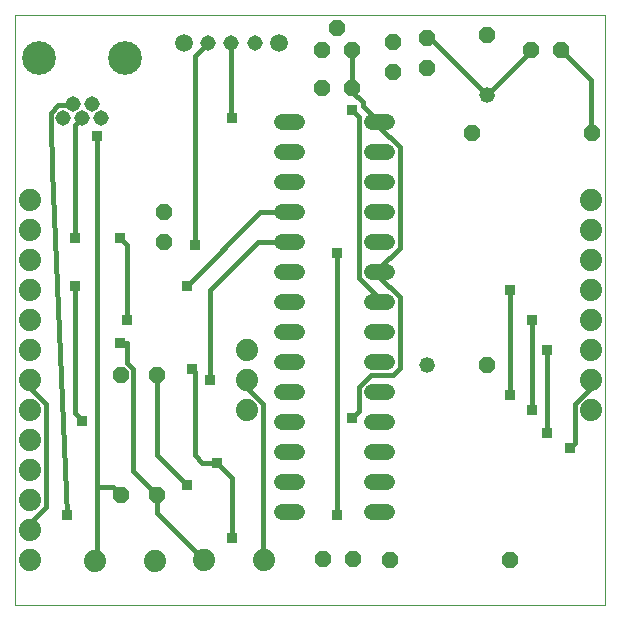
<source format=gtl>
G75*
%MOIN*%
%OFA0B0*%
%FSLAX25Y25*%
%IPPOS*%
%LPD*%
%AMOC8*
5,1,8,0,0,1.08239X$1,22.5*
%
%ADD10C,0.00000*%
%ADD11OC8,0.05200*%
%ADD12C,0.05200*%
%ADD13C,0.05150*%
%ADD14C,0.11220*%
%ADD15C,0.05200*%
%ADD16C,0.05937*%
%ADD17C,0.07400*%
%ADD18C,0.01600*%
%ADD19R,0.03562X0.03562*%
D10*
X0005060Y0001800D02*
X0005060Y0198650D01*
X0201910Y0198650D01*
X0201910Y0001800D01*
X0005060Y0001800D01*
D11*
X0040375Y0038670D03*
X0052560Y0038670D03*
X0052560Y0078670D03*
X0040375Y0078670D03*
X0054745Y0122725D03*
X0054745Y0132725D03*
X0107560Y0174300D03*
X0117560Y0174300D03*
X0117560Y0186800D03*
X0112560Y0194300D03*
X0107560Y0186800D03*
X0131005Y0189576D03*
X0131005Y0179576D03*
X0142540Y0180855D03*
X0142540Y0190855D03*
X0162560Y0191800D03*
X0177245Y0186800D03*
X0187245Y0186800D03*
X0197560Y0159300D03*
X0157560Y0159300D03*
X0162560Y0081800D03*
X0170060Y0016800D03*
X0130060Y0016800D03*
X0117875Y0017135D03*
X0107875Y0017135D03*
D12*
X0142560Y0081800D03*
X0162560Y0171800D03*
D13*
X0085119Y0189300D03*
X0077245Y0189300D03*
X0069371Y0189300D03*
X0033859Y0164221D03*
X0030710Y0168946D03*
X0027560Y0164221D03*
X0024410Y0168946D03*
X0021261Y0164221D03*
D14*
X0013190Y0184300D03*
X0041930Y0184300D03*
D15*
X0094035Y0162745D02*
X0099235Y0162745D01*
X0099235Y0152745D02*
X0094035Y0152745D01*
X0094035Y0142745D02*
X0099235Y0142745D01*
X0099235Y0132745D02*
X0094035Y0132745D01*
X0094035Y0122745D02*
X0099235Y0122745D01*
X0099235Y0112745D02*
X0094035Y0112745D01*
X0094035Y0102745D02*
X0099235Y0102745D01*
X0099235Y0092745D02*
X0094035Y0092745D01*
X0094035Y0082745D02*
X0099235Y0082745D01*
X0099235Y0072745D02*
X0094035Y0072745D01*
X0094035Y0062745D02*
X0099235Y0062745D01*
X0099235Y0052745D02*
X0094035Y0052745D01*
X0094035Y0042745D02*
X0099235Y0042745D01*
X0099235Y0032745D02*
X0094035Y0032745D01*
X0124035Y0032745D02*
X0129235Y0032745D01*
X0129235Y0042745D02*
X0124035Y0042745D01*
X0124035Y0052745D02*
X0129235Y0052745D01*
X0129235Y0062745D02*
X0124035Y0062745D01*
X0124035Y0072745D02*
X0129235Y0072745D01*
X0129235Y0082745D02*
X0124035Y0082745D01*
X0124035Y0092745D02*
X0129235Y0092745D01*
X0129235Y0102745D02*
X0124035Y0102745D01*
X0124035Y0112745D02*
X0129235Y0112745D01*
X0129235Y0122745D02*
X0124035Y0122745D01*
X0124035Y0132745D02*
X0129235Y0132745D01*
X0129235Y0142745D02*
X0124035Y0142745D01*
X0124035Y0152745D02*
X0129235Y0152745D01*
X0129235Y0162745D02*
X0124035Y0162745D01*
D16*
X0092993Y0189300D03*
X0061497Y0189300D03*
D17*
X0010060Y0136800D03*
X0010060Y0126800D03*
X0010060Y0116800D03*
X0010060Y0106800D03*
X0010060Y0096800D03*
X0010060Y0086800D03*
X0010060Y0076800D03*
X0010060Y0066800D03*
X0010060Y0056800D03*
X0010060Y0046800D03*
X0010060Y0036800D03*
X0010060Y0026800D03*
X0010060Y0016800D03*
X0031950Y0016485D03*
X0051950Y0016485D03*
X0068190Y0016800D03*
X0088190Y0016800D03*
X0082560Y0066800D03*
X0082560Y0076800D03*
X0082560Y0086800D03*
X0197060Y0086800D03*
X0197060Y0076800D03*
X0197060Y0066800D03*
X0197060Y0096800D03*
X0197060Y0106800D03*
X0197060Y0116800D03*
X0197060Y0126800D03*
X0197060Y0136800D03*
D18*
X0197110Y0159300D02*
X0197110Y0176935D01*
X0187245Y0186800D01*
X0177245Y0186800D02*
X0177245Y0186485D01*
X0162560Y0171800D01*
X0143505Y0190855D01*
X0142540Y0190855D01*
X0121141Y0169444D02*
X0121141Y0168239D01*
X0126635Y0162745D01*
X0126635Y0161285D01*
X0133435Y0154485D01*
X0133435Y0121005D01*
X0126635Y0114205D01*
X0126635Y0112745D01*
X0126635Y0111285D01*
X0133435Y0104485D01*
X0133435Y0081005D01*
X0130975Y0078545D01*
X0123895Y0078545D01*
X0119835Y0074485D01*
X0119835Y0066575D01*
X0117560Y0064300D01*
X0087860Y0068995D02*
X0087860Y0017130D01*
X0088190Y0016800D01*
X0077560Y0024300D02*
X0077560Y0044300D01*
X0072560Y0049300D01*
X0067560Y0049300D01*
X0065060Y0051800D01*
X0065060Y0079595D01*
X0064115Y0080540D01*
X0070060Y0076800D02*
X0070060Y0106800D01*
X0086005Y0122745D01*
X0096635Y0122745D01*
X0096635Y0132745D02*
X0086962Y0132745D01*
X0062560Y0108343D01*
X0065060Y0121800D02*
X0065060Y0184989D01*
X0069371Y0189300D01*
X0077245Y0189300D02*
X0077245Y0164615D01*
X0077560Y0164300D01*
X0040060Y0124300D02*
X0042560Y0121800D01*
X0042560Y0096800D01*
X0042560Y0089300D02*
X0040060Y0089300D01*
X0042560Y0089300D02*
X0042560Y0082425D01*
X0044575Y0080410D01*
X0044575Y0046655D01*
X0052560Y0038670D01*
X0052560Y0032430D01*
X0068190Y0016800D01*
X0062560Y0041800D02*
X0052560Y0051800D01*
X0052560Y0078670D01*
X0027560Y0063274D02*
X0025060Y0065774D01*
X0025060Y0108343D01*
X0025060Y0124300D02*
X0025060Y0161721D01*
X0027560Y0164221D01*
X0023861Y0168396D02*
X0019531Y0168396D01*
X0017086Y0165951D01*
X0017086Y0162492D01*
X0017560Y0147018D01*
X0022560Y0031800D01*
X0015360Y0034605D02*
X0015360Y0068995D01*
X0010060Y0074295D01*
X0010060Y0076800D01*
X0032560Y0041170D02*
X0037875Y0041170D01*
X0040375Y0038670D01*
X0032560Y0041170D02*
X0032560Y0158045D01*
X0023861Y0168396D02*
X0024410Y0168946D01*
X0112560Y0119300D02*
X0112560Y0031800D01*
X0087860Y0068995D02*
X0082560Y0074295D01*
X0082560Y0076800D01*
X0119835Y0111005D02*
X0119835Y0164525D01*
X0117560Y0166800D01*
X0121141Y0169444D02*
X0117560Y0173025D01*
X0117560Y0174300D01*
X0117560Y0186800D01*
X0119835Y0111005D02*
X0126635Y0104205D01*
X0126635Y0102745D01*
X0170060Y0106800D02*
X0170060Y0071800D01*
X0177560Y0066800D02*
X0177560Y0096800D01*
X0182560Y0086800D02*
X0182560Y0059300D01*
X0190060Y0054300D02*
X0191760Y0056000D01*
X0191760Y0068995D01*
X0197060Y0074295D01*
X0197060Y0076800D01*
X0032560Y0041170D02*
X0032560Y0017095D01*
X0031950Y0016485D01*
X0015360Y0034605D02*
X0010060Y0029305D01*
X0010060Y0026800D01*
D19*
X0022560Y0031800D03*
X0027560Y0063274D03*
X0040060Y0089300D03*
X0042560Y0096800D03*
X0025060Y0108343D03*
X0025060Y0124300D03*
X0040060Y0124300D03*
X0062560Y0108343D03*
X0065060Y0121800D03*
X0032560Y0158045D03*
X0077560Y0164300D03*
X0117560Y0166800D03*
X0112560Y0119300D03*
X0070060Y0076800D03*
X0064115Y0080540D03*
X0072560Y0049300D03*
X0062560Y0041800D03*
X0077560Y0024300D03*
X0112560Y0031800D03*
X0117560Y0064300D03*
X0170060Y0071800D03*
X0177560Y0066800D03*
X0182560Y0059300D03*
X0190060Y0054300D03*
X0182560Y0086800D03*
X0177560Y0096800D03*
X0170060Y0106800D03*
M02*

</source>
